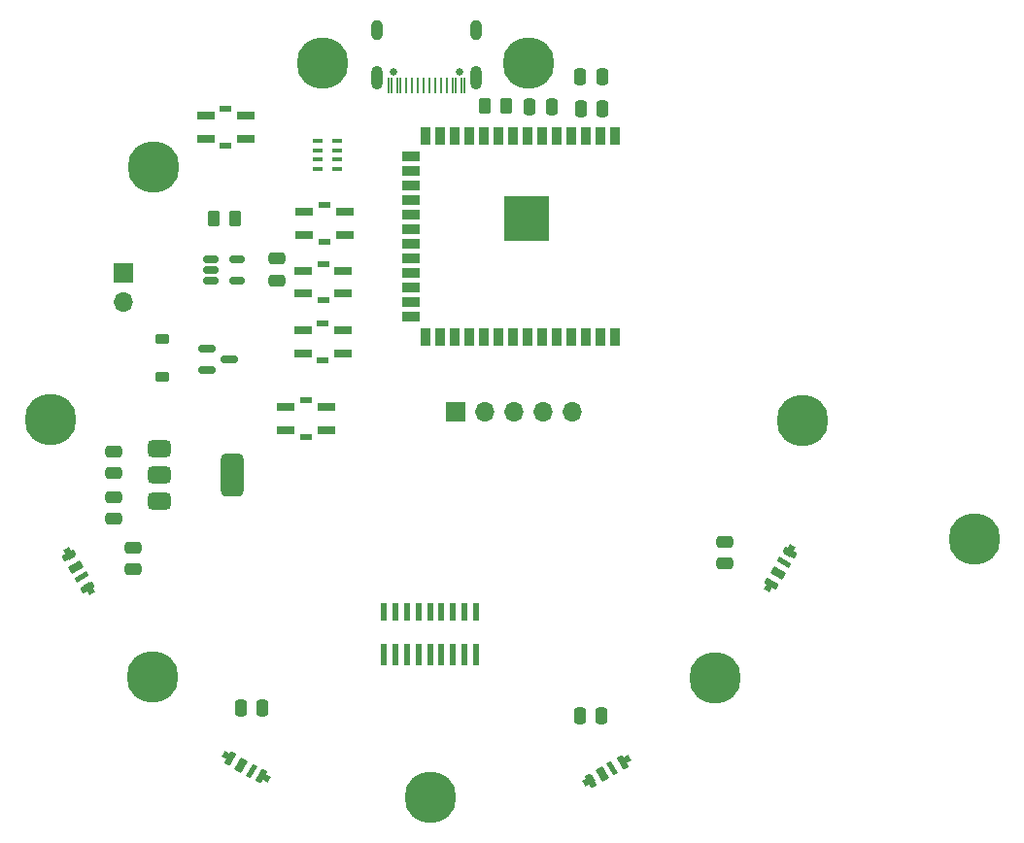
<source format=gbr>
%TF.GenerationSoftware,KiCad,Pcbnew,8.0.0*%
%TF.CreationDate,2024-05-31T15:26:32-05:00*%
%TF.ProjectId,GaussMouse,47617573-734d-46f7-9573-652e6b696361,rev?*%
%TF.SameCoordinates,Original*%
%TF.FileFunction,Soldermask,Top*%
%TF.FilePolarity,Negative*%
%FSLAX46Y46*%
G04 Gerber Fmt 4.6, Leading zero omitted, Abs format (unit mm)*
G04 Created by KiCad (PCBNEW 8.0.0) date 2024-05-31 15:26:32*
%MOMM*%
%LPD*%
G01*
G04 APERTURE LIST*
G04 Aperture macros list*
%AMRoundRect*
0 Rectangle with rounded corners*
0 $1 Rounding radius*
0 $2 $3 $4 $5 $6 $7 $8 $9 X,Y pos of 4 corners*
0 Add a 4 corners polygon primitive as box body*
4,1,4,$2,$3,$4,$5,$6,$7,$8,$9,$2,$3,0*
0 Add four circle primitives for the rounded corners*
1,1,$1+$1,$2,$3*
1,1,$1+$1,$4,$5*
1,1,$1+$1,$6,$7*
1,1,$1+$1,$8,$9*
0 Add four rect primitives between the rounded corners*
20,1,$1+$1,$2,$3,$4,$5,0*
20,1,$1+$1,$4,$5,$6,$7,0*
20,1,$1+$1,$6,$7,$8,$9,0*
20,1,$1+$1,$8,$9,$2,$3,0*%
%AMRotRect*
0 Rectangle, with rotation*
0 The origin of the aperture is its center*
0 $1 length*
0 $2 width*
0 $3 Rotation angle, in degrees counterclockwise*
0 Add horizontal line*
21,1,$1,$2,0,0,$3*%
G04 Aperture macros list end*
%ADD10R,1.700000X1.700000*%
%ADD11O,1.700000X1.700000*%
%ADD12R,1.000000X0.500000*%
%ADD13R,1.500000X0.800000*%
%ADD14RotRect,1.000000X0.550000X30.000000*%
%ADD15RotRect,0.550000X1.200000X30.000000*%
%ADD16RotRect,0.700000X1.200000X30.000000*%
%ADD17RotRect,0.450000X1.200000X30.000000*%
%ADD18C,4.500000*%
%ADD19RoundRect,0.250000X-0.250000X-0.475000X0.250000X-0.475000X0.250000X0.475000X-0.250000X0.475000X0*%
%ADD20RotRect,1.000000X0.550000X300.000000*%
%ADD21RotRect,0.550000X1.200000X300.000000*%
%ADD22RotRect,0.700000X1.200000X300.000000*%
%ADD23RotRect,0.450000X1.200000X300.000000*%
%ADD24RoundRect,0.375000X-0.625000X-0.375000X0.625000X-0.375000X0.625000X0.375000X-0.625000X0.375000X0*%
%ADD25RoundRect,0.500000X-0.500000X-1.400000X0.500000X-1.400000X0.500000X1.400000X-0.500000X1.400000X0*%
%ADD26RotRect,1.000000X0.550000X330.000000*%
%ADD27RotRect,0.550000X1.200000X330.000000*%
%ADD28RotRect,0.700000X1.200000X330.000000*%
%ADD29RotRect,0.450000X1.200000X330.000000*%
%ADD30RoundRect,0.250000X-0.262500X-0.450000X0.262500X-0.450000X0.262500X0.450000X-0.262500X0.450000X0*%
%ADD31RoundRect,0.250000X0.250000X0.475000X-0.250000X0.475000X-0.250000X-0.475000X0.250000X-0.475000X0*%
%ADD32RoundRect,0.150000X-0.587500X-0.150000X0.587500X-0.150000X0.587500X0.150000X-0.587500X0.150000X0*%
%ADD33C,0.650000*%
%ADD34R,0.250000X1.400000*%
%ADD35O,1.000000X2.100000*%
%ADD36O,1.000000X1.800000*%
%ADD37RoundRect,0.225000X0.375000X-0.225000X0.375000X0.225000X-0.375000X0.225000X-0.375000X-0.225000X0*%
%ADD38RoundRect,0.250000X0.475000X-0.250000X0.475000X0.250000X-0.475000X0.250000X-0.475000X-0.250000X0*%
%ADD39R,0.900000X0.400000*%
%ADD40RoundRect,0.150000X-0.512500X-0.150000X0.512500X-0.150000X0.512500X0.150000X-0.512500X0.150000X0*%
%ADD41RoundRect,0.250000X0.262500X0.450000X-0.262500X0.450000X-0.262500X-0.450000X0.262500X-0.450000X0*%
%ADD42R,0.600000X1.650000*%
%ADD43R,0.600000X1.850000*%
%ADD44RotRect,1.000000X0.550000X60.000000*%
%ADD45RotRect,0.550000X1.200000X60.000000*%
%ADD46RotRect,0.700000X1.200000X60.000000*%
%ADD47RotRect,0.450000X1.200000X60.000000*%
%ADD48R,0.900000X1.500000*%
%ADD49R,1.500000X0.900000*%
%ADD50C,0.600000*%
%ADD51R,3.900000X3.900000*%
%ADD52RoundRect,0.250000X-0.475000X0.250000X-0.475000X-0.250000X0.475000X-0.250000X0.475000X0.250000X0*%
G04 APERTURE END LIST*
D10*
%TO.C,J3*%
X83625000Y-90615000D03*
D11*
X86165000Y-90615000D03*
X88705000Y-90615000D03*
X91245000Y-90615000D03*
X93785000Y-90615000D03*
%TD*%
D10*
%TO.C,BT1*%
X54700000Y-78460000D03*
D11*
X54700000Y-81000000D03*
%TD*%
D12*
%TO.C,SW5*%
X72200000Y-72600000D03*
X72200000Y-75800000D03*
D13*
X70450000Y-73200000D03*
X73950000Y-73200000D03*
X70450000Y-75200000D03*
X73950000Y-75200000D03*
%TD*%
D12*
%TO.C,SW4*%
X72100000Y-77700000D03*
X72100000Y-80900000D03*
D13*
X70350000Y-78300000D03*
X73850000Y-78300000D03*
X70350000Y-80300000D03*
X73850000Y-80300000D03*
%TD*%
D12*
%TO.C,SW3*%
X72050000Y-82900000D03*
X72050000Y-86100000D03*
D13*
X70300000Y-83500000D03*
X73800000Y-83500000D03*
X70300000Y-85500000D03*
X73800000Y-85500000D03*
%TD*%
D12*
%TO.C,SW2*%
X70600000Y-89600000D03*
X70600000Y-92800000D03*
D13*
X68850000Y-90200000D03*
X72350000Y-90200000D03*
X68850000Y-92200000D03*
X72350000Y-92200000D03*
%TD*%
D12*
%TO.C,SW1*%
X63600000Y-64200000D03*
X63600000Y-67400000D03*
D13*
X61850000Y-64800000D03*
X65350000Y-64800000D03*
X61850000Y-66800000D03*
X65350000Y-66800000D03*
%TD*%
D14*
%TO.C,D2*%
X95205690Y-122822548D03*
D15*
X95438046Y-122775000D03*
D16*
X96412324Y-122212500D03*
D17*
X97300000Y-121700000D03*
D15*
X98166026Y-121200000D03*
D14*
X98328381Y-121031208D03*
%TD*%
D18*
%TO.C,H6*%
X57300000Y-69300000D03*
%TD*%
%TO.C,H9*%
X128825000Y-101715000D03*
%TD*%
D19*
%TO.C,C6*%
X94500000Y-61400000D03*
X96400000Y-61400000D03*
%TD*%
D18*
%TO.C,H8*%
X72000000Y-60200000D03*
%TD*%
D19*
%TO.C,C5*%
X94550000Y-64200000D03*
X96450000Y-64200000D03*
%TD*%
D20*
%TO.C,D4*%
X49923612Y-102935256D03*
D21*
X49971161Y-103167612D03*
D22*
X50533660Y-104141892D03*
D23*
X51046160Y-105029567D03*
D21*
X51546160Y-105895593D03*
D20*
X51714952Y-106057949D03*
%TD*%
D18*
%TO.C,H7*%
X48300000Y-91300000D03*
%TD*%
%TO.C,H1*%
X113900000Y-91400000D03*
%TD*%
D24*
%TO.C,U3*%
X57850000Y-93800000D03*
X57850000Y-96100000D03*
D25*
X64150000Y-96100000D03*
D24*
X57850000Y-98400000D03*
%TD*%
D26*
%TO.C,D3*%
X63814664Y-120647548D03*
D27*
X63972020Y-120825000D03*
D28*
X64946298Y-121387500D03*
D29*
X65833974Y-121900000D03*
D27*
X66700000Y-122400000D03*
D26*
X66927355Y-122456208D03*
%TD*%
D30*
%TO.C,R2*%
X62575000Y-73800000D03*
X64400000Y-73800000D03*
%TD*%
D31*
%TO.C,C10*%
X66800000Y-116400000D03*
X64900000Y-116400000D03*
%TD*%
D32*
%TO.C,Q1*%
X62000000Y-85100000D03*
X62000000Y-87000000D03*
X63875000Y-86050000D03*
%TD*%
D33*
%TO.C,J1*%
X83990000Y-60987500D03*
X78210000Y-60987500D03*
D34*
X84425000Y-62187500D03*
X83625000Y-62187500D03*
X82350000Y-62187500D03*
X81350000Y-62187500D03*
X80850000Y-62187500D03*
X82850000Y-62187500D03*
X78575000Y-62187500D03*
X77775000Y-62187500D03*
X78025000Y-62187500D03*
X78825000Y-62187500D03*
X79350000Y-62187500D03*
X80350000Y-62187500D03*
X81850000Y-62187500D03*
X79850000Y-62187500D03*
X83375000Y-62187500D03*
X84175000Y-62187500D03*
D35*
X85420000Y-61487500D03*
D36*
X85420000Y-57337500D03*
D35*
X76780000Y-61487500D03*
D36*
X76780000Y-57337500D03*
%TD*%
D37*
%TO.C,D9*%
X58077500Y-87527500D03*
X58077500Y-84227500D03*
%TD*%
D38*
%TO.C,C11*%
X55550000Y-104350000D03*
X55550000Y-102450000D03*
%TD*%
D18*
%TO.C,H5*%
X90000000Y-60200000D03*
%TD*%
D39*
%TO.C,RN1*%
X71600000Y-67000000D03*
X71600000Y-67800000D03*
X71600000Y-68600000D03*
X71600000Y-69400000D03*
X73300000Y-69400000D03*
X73300000Y-68600000D03*
X73300000Y-67800000D03*
X73300000Y-67000000D03*
%TD*%
D40*
%TO.C,U1*%
X62300000Y-77300000D03*
X62300000Y-78250000D03*
X62300000Y-79200000D03*
X64575000Y-79200000D03*
X64575000Y-77300000D03*
%TD*%
D41*
%TO.C,R1*%
X88000000Y-63900000D03*
X86175000Y-63900000D03*
%TD*%
D42*
%TO.C,J2*%
X85399969Y-108057298D03*
D43*
X85399969Y-111807298D03*
D42*
X84399968Y-108057298D03*
D43*
X84399968Y-111807298D03*
D42*
X83399968Y-108057298D03*
D43*
X83399968Y-111807298D03*
D42*
X82399968Y-108057298D03*
D43*
X82399968Y-111807298D03*
D42*
X81399984Y-108057298D03*
D43*
X81399984Y-111807298D03*
D42*
X80399968Y-108057298D03*
D43*
X80399968Y-111807298D03*
D42*
X79399968Y-108057298D03*
D43*
X79399968Y-111807298D03*
D42*
X78399968Y-108057298D03*
D43*
X78399968Y-111807298D03*
D42*
X77399968Y-108057298D03*
D43*
X77399968Y-111807298D03*
%TD*%
D44*
%TO.C,D1*%
X110976388Y-105789743D03*
D45*
X111153840Y-105632387D03*
D46*
X111716340Y-104658109D03*
D47*
X112228840Y-103770433D03*
D45*
X112728840Y-102904407D03*
D44*
X112785048Y-102677052D03*
%TD*%
D18*
%TO.C,H4*%
X81400000Y-124200000D03*
%TD*%
D48*
%TO.C,U2*%
X97520000Y-66550000D03*
X96250000Y-66550000D03*
X94980000Y-66550000D03*
X93710000Y-66550000D03*
X92440000Y-66550000D03*
X91170000Y-66550000D03*
X89900000Y-66550000D03*
X88630000Y-66550000D03*
X87360000Y-66550000D03*
X86090000Y-66550000D03*
X84820000Y-66550000D03*
X83550000Y-66550000D03*
X82280000Y-66550000D03*
X81010000Y-66550000D03*
D49*
X79760000Y-68315000D03*
X79760000Y-69585000D03*
X79760000Y-70855000D03*
X79760000Y-72125000D03*
X79760000Y-73395000D03*
X79760000Y-74665000D03*
X79760000Y-75935000D03*
X79760000Y-77205000D03*
X79760000Y-78475000D03*
X79760000Y-79745000D03*
X79760000Y-81015000D03*
X79760000Y-82285000D03*
D48*
X81010000Y-84050000D03*
X82280000Y-84050000D03*
X83550000Y-84050000D03*
X84820000Y-84050000D03*
X86090000Y-84050000D03*
X87360000Y-84050000D03*
X88630000Y-84050000D03*
X89900000Y-84050000D03*
X91170000Y-84050000D03*
X92440000Y-84050000D03*
X93710000Y-84050000D03*
X94980000Y-84050000D03*
X96250000Y-84050000D03*
X97520000Y-84050000D03*
D50*
X90500000Y-72400000D03*
X89100000Y-72400000D03*
X91200000Y-73100000D03*
X89800000Y-73100000D03*
X88400000Y-73100000D03*
X90500000Y-73800000D03*
D51*
X89800000Y-73800000D03*
D50*
X89100000Y-73800000D03*
X91200000Y-74500000D03*
X89800000Y-74500000D03*
X88400000Y-74500000D03*
X90500000Y-75200000D03*
X89100000Y-75200000D03*
%TD*%
D38*
%TO.C,C2*%
X53850000Y-99950000D03*
X53850000Y-98050000D03*
%TD*%
D52*
%TO.C,C8*%
X107100000Y-101950000D03*
X107100000Y-103850000D03*
%TD*%
D19*
%TO.C,C7*%
X90100000Y-64000000D03*
X92000000Y-64000000D03*
%TD*%
D18*
%TO.C,H3*%
X106200000Y-113800000D03*
%TD*%
D31*
%TO.C,C9*%
X96350000Y-117100000D03*
X94450000Y-117100000D03*
%TD*%
D38*
%TO.C,C1*%
X53800000Y-95950000D03*
X53800000Y-94050000D03*
%TD*%
D18*
%TO.C,H2*%
X57200000Y-113700000D03*
%TD*%
D52*
%TO.C,C16*%
X68050000Y-77250000D03*
X68050000Y-79150000D03*
%TD*%
M02*

</source>
